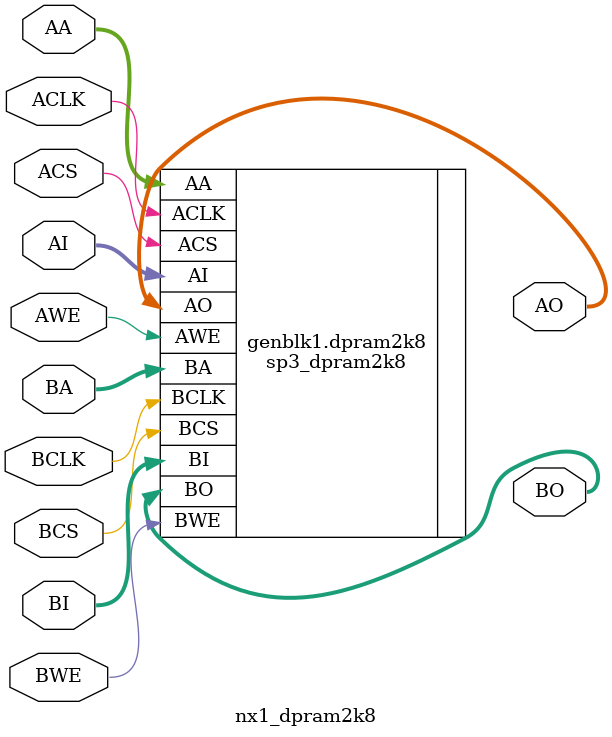
<source format=v>


module nx1_dpram2k8 #(
	parameter def_DEVICE=0		// 0=xilinx sp3 1=altera cyclone
) (
	input			ACLK,
	input	[10:0]	AA,
	input	[7:0]	AI,
	output	[7:0]	AO,
	input			ACS,
	input			AWE,
	input			BCLK,
	input	[10:0]	BA,
	input	[7:0]	BI,
	output	[7:0]	BO,
	input			BCS,
	input			BWE
);

generate
	if (def_DEVICE==0)
begin

sp3_dpram2k8 dpram2k8(
	.ACLK(ACLK),
	.AA(AA),
	.AI(AI),
	.AO(AO),
	.ACS(ACS),
	.AWE(AWE),
	.BCLK(BCLK),
	.BA(BA),
	.BI(BI),
	.BO(BO),
	.BCS(BCS),
	.BWE(BWE)
);

end
	else
begin
end
endgenerate

generate
	if (def_DEVICE==1)
begin

	wire	wren_a;
	wire	wren_b;

	assign wren_a=({ACS,AWE}==2'b11) ? 1'b1 : 1'b0;
	assign wren_b=({BCS,BWE}==2'b11) ? 1'b1 : 1'b0;

alt_altsyncram_c3dp2kx8 dpram2k8 (
	.address_a(AA),
	.address_b(BA),
	.byteena_a(1'b1),
//	.clock(ACLK),
	.clock_a(ACLK),
	.clock_b(BCLK),
	.data_a(AI),
	.data_b(BI),
	.wren_a(wren_a),
	.wren_b(wren_b),
	.q_a(AO),
	.q_b(BO)
);

end
	else
begin
end
endgenerate

endmodule

</source>
